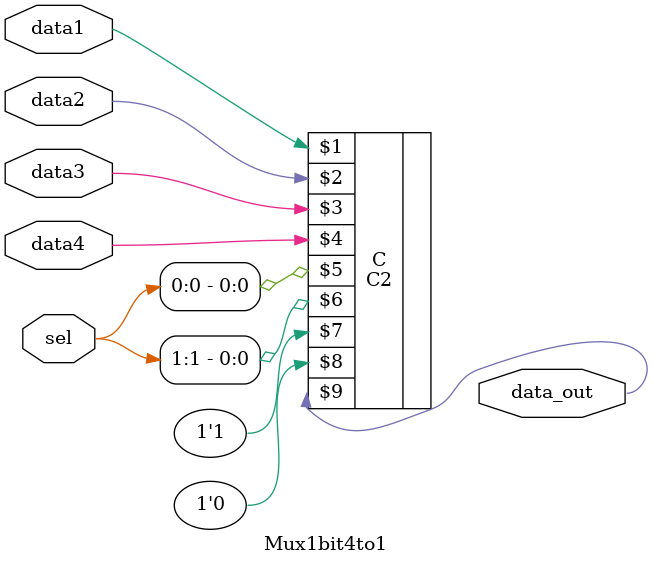
<source format=v>
module Mux1bit4to1 (input data1, data2, data3, data4, input [1:0] sel, output data_out);
    C2 C (data1, data2, data3, data4, sel[0], sel[1], 1'b1, 1'b0, data_out);
endmodule
</source>
